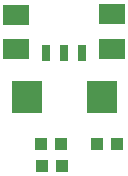
<source format=gbr>
G04 EAGLE Gerber RS-274X export*
G75*
%MOMM*%
%FSLAX34Y34*%
%LPD*%
%INSolderpaste Bottom*%
%IPPOS*%
%AMOC8*
5,1,8,0,0,1.08239X$1,22.5*%
G01*
%ADD10R,2.550000X2.700000*%
%ADD11R,1.000000X1.100000*%
%ADD12R,0.800241X1.401609*%
%ADD13R,0.798850X1.402809*%
%ADD14R,0.801331X1.401881*%
%ADD15R,2.203600X1.795500*%
%ADD16R,1.100000X1.000000*%


D10*
X147270Y187960D03*
X83870Y187960D03*
D11*
X142630Y148590D03*
X159630Y148590D03*
D12*
X115081Y225752D03*
D13*
X100074Y225746D03*
D14*
X130087Y225751D03*
D15*
X155720Y258419D03*
X155720Y229221D03*
X74440Y228891D03*
X74440Y258089D03*
D11*
X112500Y148500D03*
X95500Y148500D03*
D16*
X113500Y130000D03*
X96500Y130000D03*
M02*

</source>
